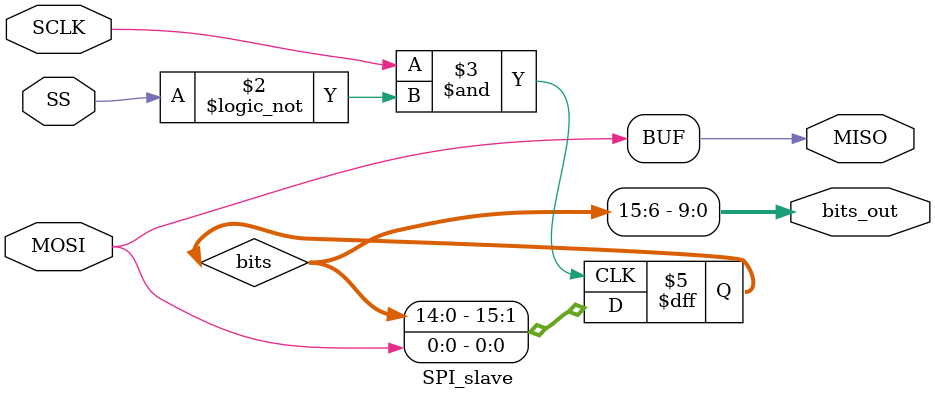
<source format=sv>
module SPI_slave(
	input logic SCLK,
	input logic MOSI,
	input logic SS,
	output logic MISO,
	output logic [9:0] bits_out
);
reg [15:0] bits = 0;

assign bits_out[0] = bits[6];  // bit 0 operador
assign bits_out[1] = bits[7];  // bit 1 operador
assign bits_out[2] = bits[8];  // bit 0 operando 2
assign bits_out[3] = bits[9];  // bit 1 operando 2
assign bits_out[4] = bits[10]; // bit 2 operando 2
assign bits_out[5] = bits[11]; // bit 3 operando 2
assign bits_out[6] = bits[12]; // bit 0 operando 1
assign bits_out[7] = bits[13]; // bit 2 operando 1
assign bits_out[8] = bits[14]; // bit 4 operando 1
assign bits_out[9] = bits[15]; // bit 3 operando 1

assign MISO = MOSI;

// leer los datos del Arduino (MOSI)
always @ (posedge SCLK & !SS) begin
	bits <= {bits[14:0], MOSI};	
end

endmodule

</source>
